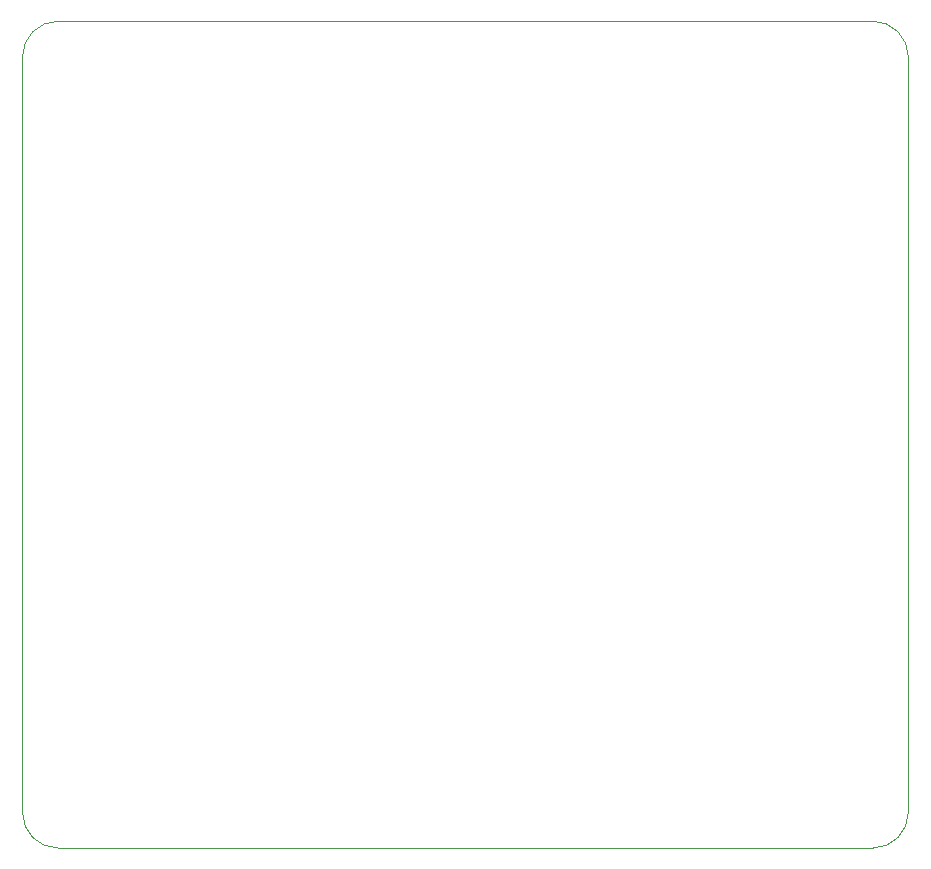
<source format=gbr>
%TF.GenerationSoftware,KiCad,Pcbnew,(5.1.9)-1*%
%TF.CreationDate,2021-11-25T16:44:50-06:00*%
%TF.ProjectId,RC8,5243382e-6b69-4636-9164-5f7063625858,rev?*%
%TF.SameCoordinates,Original*%
%TF.FileFunction,Profile,NP*%
%FSLAX46Y46*%
G04 Gerber Fmt 4.6, Leading zero omitted, Abs format (unit mm)*
G04 Created by KiCad (PCBNEW (5.1.9)-1) date 2021-11-25 16:44:50*
%MOMM*%
%LPD*%
G01*
G04 APERTURE LIST*
%TA.AperFunction,Profile*%
%ADD10C,0.050000*%
%TD*%
G04 APERTURE END LIST*
D10*
X125000000Y-43000000D02*
G75*
G03*
X122000000Y-40000000I-3000000J0D01*
G01*
X125000000Y-43000000D02*
X125000000Y-107000000D01*
X122000000Y-110000000D02*
G75*
G03*
X125000000Y-107000000I0J3000000D01*
G01*
X50000000Y-107000000D02*
G75*
G03*
X53000000Y-110000000I3000000J0D01*
G01*
X53000000Y-110000000D02*
X122000000Y-110000000D01*
X53000000Y-40000000D02*
G75*
G03*
X50000000Y-43000000I0J-3000000D01*
G01*
X50000000Y-43000000D02*
X50000000Y-107000000D01*
X53000000Y-40000000D02*
X122000000Y-40000000D01*
M02*

</source>
